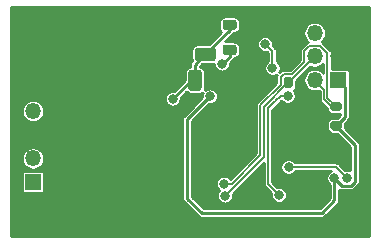
<source format=gbr>
%TF.GenerationSoftware,KiCad,Pcbnew,(5.1.9)-1*%
%TF.CreationDate,2021-03-08T23:04:16+01:00*%
%TF.ProjectId,RT12e_ELE_ACC-00,52543132-655f-4454-9c45-5f4143432d30,rev?*%
%TF.SameCoordinates,Original*%
%TF.FileFunction,Copper,L2,Bot*%
%TF.FilePolarity,Positive*%
%FSLAX46Y46*%
G04 Gerber Fmt 4.6, Leading zero omitted, Abs format (unit mm)*
G04 Created by KiCad (PCBNEW (5.1.9)-1) date 2021-03-08 23:04:16*
%MOMM*%
%LPD*%
G01*
G04 APERTURE LIST*
%TA.AperFunction,ComponentPad*%
%ADD10R,1.350000X1.350000*%
%TD*%
%TA.AperFunction,ComponentPad*%
%ADD11O,1.350000X1.350000*%
%TD*%
%TA.AperFunction,ViaPad*%
%ADD12C,0.800000*%
%TD*%
%TA.AperFunction,Conductor*%
%ADD13C,0.254000*%
%TD*%
%TA.AperFunction,Conductor*%
%ADD14C,0.177800*%
%TD*%
%TA.AperFunction,Conductor*%
%ADD15C,0.100000*%
%TD*%
G04 APERTURE END LIST*
%TO.P,R5,2*%
%TO.N,/SWD_connect.sch/SDWIO*%
%TA.AperFunction,SMDPad,CuDef*%
G36*
G01*
X163901800Y-89618000D02*
X163351800Y-89618000D01*
G75*
G02*
X163151800Y-89418000I0J200000D01*
G01*
X163151800Y-89018000D01*
G75*
G02*
X163351800Y-88818000I200000J0D01*
G01*
X163901800Y-88818000D01*
G75*
G02*
X164101800Y-89018000I0J-200000D01*
G01*
X164101800Y-89418000D01*
G75*
G02*
X163901800Y-89618000I-200000J0D01*
G01*
G37*
%TD.AperFunction*%
%TO.P,R5,1*%
%TO.N,/STM32/STM_V+*%
%TA.AperFunction,SMDPad,CuDef*%
G36*
G01*
X163901800Y-91268000D02*
X163351800Y-91268000D01*
G75*
G02*
X163151800Y-91068000I0J200000D01*
G01*
X163151800Y-90668000D01*
G75*
G02*
X163351800Y-90468000I200000J0D01*
G01*
X163901800Y-90468000D01*
G75*
G02*
X164101800Y-90668000I0J-200000D01*
G01*
X164101800Y-91068000D01*
G75*
G02*
X163901800Y-91268000I-200000J0D01*
G01*
G37*
%TD.AperFunction*%
%TD*%
%TO.P,R6,1*%
%TO.N,/STM32/SWCLK*%
%TA.AperFunction,SMDPad,CuDef*%
G36*
G01*
X160000400Y-86923200D02*
X160000400Y-87473200D01*
G75*
G02*
X159800400Y-87673200I-200000J0D01*
G01*
X159400400Y-87673200D01*
G75*
G02*
X159200400Y-87473200I0J200000D01*
G01*
X159200400Y-86923200D01*
G75*
G02*
X159400400Y-86723200I200000J0D01*
G01*
X159800400Y-86723200D01*
G75*
G02*
X160000400Y-86923200I0J-200000D01*
G01*
G37*
%TD.AperFunction*%
%TO.P,R6,2*%
%TO.N,GND*%
%TA.AperFunction,SMDPad,CuDef*%
G36*
G01*
X158350400Y-86923200D02*
X158350400Y-87473200D01*
G75*
G02*
X158150400Y-87673200I-200000J0D01*
G01*
X157750400Y-87673200D01*
G75*
G02*
X157550400Y-87473200I0J200000D01*
G01*
X157550400Y-86923200D01*
G75*
G02*
X157750400Y-86723200I200000J0D01*
G01*
X158150400Y-86723200D01*
G75*
G02*
X158350400Y-86923200I0J-200000D01*
G01*
G37*
%TD.AperFunction*%
%TD*%
%TO.P,C4,2*%
%TO.N,GND*%
%TA.AperFunction,SMDPad,CuDef*%
G36*
G01*
X154062000Y-87670401D02*
X154062000Y-86370399D01*
G75*
G02*
X154311999Y-86120400I249999J0D01*
G01*
X154962001Y-86120400D01*
G75*
G02*
X155212000Y-86370399I0J-249999D01*
G01*
X155212000Y-87670401D01*
G75*
G02*
X154962001Y-87920400I-249999J0D01*
G01*
X154311999Y-87920400D01*
G75*
G02*
X154062000Y-87670401I0J249999D01*
G01*
G37*
%TD.AperFunction*%
%TO.P,C4,1*%
%TO.N,+3V3*%
%TA.AperFunction,SMDPad,CuDef*%
G36*
G01*
X151112000Y-87670401D02*
X151112000Y-86370399D01*
G75*
G02*
X151361999Y-86120400I249999J0D01*
G01*
X152012001Y-86120400D01*
G75*
G02*
X152262000Y-86370399I0J-249999D01*
G01*
X152262000Y-87670401D01*
G75*
G02*
X152012001Y-87920400I-249999J0D01*
G01*
X151361999Y-87920400D01*
G75*
G02*
X151112000Y-87670401I0J249999D01*
G01*
G37*
%TD.AperFunction*%
%TD*%
%TO.P,C12,1*%
%TO.N,+3V3*%
%TA.AperFunction,SMDPad,CuDef*%
G36*
G01*
X153227801Y-85387400D02*
X151927799Y-85387400D01*
G75*
G02*
X151677800Y-85137401I0J249999D01*
G01*
X151677800Y-84487399D01*
G75*
G02*
X151927799Y-84237400I249999J0D01*
G01*
X153227801Y-84237400D01*
G75*
G02*
X153477800Y-84487399I0J-249999D01*
G01*
X153477800Y-85137401D01*
G75*
G02*
X153227801Y-85387400I-249999J0D01*
G01*
G37*
%TD.AperFunction*%
%TO.P,C12,2*%
%TO.N,GND*%
%TA.AperFunction,SMDPad,CuDef*%
G36*
G01*
X153227801Y-82437400D02*
X151927799Y-82437400D01*
G75*
G02*
X151677800Y-82187401I0J249999D01*
G01*
X151677800Y-81537399D01*
G75*
G02*
X151927799Y-81287400I249999J0D01*
G01*
X153227801Y-81287400D01*
G75*
G02*
X153477800Y-81537399I0J-249999D01*
G01*
X153477800Y-82187401D01*
G75*
G02*
X153227801Y-82437400I-249999J0D01*
G01*
G37*
%TD.AperFunction*%
%TD*%
D10*
%TO.P,J1,1*%
%TO.N,/CAN+*%
X137985500Y-95631000D03*
D11*
%TO.P,J1,2*%
%TO.N,/CAN-*%
X137985500Y-93631000D03*
%TO.P,J1,3*%
%TO.N,GND*%
X137985500Y-91631000D03*
%TO.P,J1,4*%
%TO.N,/VIN*%
X137985500Y-89631000D03*
%TD*%
D10*
%TO.P,J2,1*%
%TO.N,/STM32/STM_V+*%
X163830000Y-86995000D03*
D11*
%TO.P,J2,2*%
%TO.N,/SWD_connect.sch/SDWIO*%
X161830000Y-86995000D03*
%TO.P,J2,3*%
%TO.N,GND*%
X163830000Y-84995000D03*
%TO.P,J2,4*%
%TO.N,/STM32/SWCLK*%
X161830000Y-84995000D03*
%TO.P,J2,5*%
%TO.N,GND*%
X163830000Y-82995000D03*
%TO.P,J2,6*%
%TO.N,/STM32/RESET*%
X161830000Y-82995000D03*
%TD*%
%TO.P,L3,1*%
%TO.N,/IAM-20680/ACC_V+*%
%TA.AperFunction,SMDPad,CuDef*%
G36*
G01*
X155016450Y-84875500D02*
X154253950Y-84875500D01*
G75*
G02*
X154035200Y-84656750I0J218750D01*
G01*
X154035200Y-84219250D01*
G75*
G02*
X154253950Y-84000500I218750J0D01*
G01*
X155016450Y-84000500D01*
G75*
G02*
X155235200Y-84219250I0J-218750D01*
G01*
X155235200Y-84656750D01*
G75*
G02*
X155016450Y-84875500I-218750J0D01*
G01*
G37*
%TD.AperFunction*%
%TO.P,L3,2*%
%TO.N,+3V3*%
%TA.AperFunction,SMDPad,CuDef*%
G36*
G01*
X155016450Y-82750500D02*
X154253950Y-82750500D01*
G75*
G02*
X154035200Y-82531750I0J218750D01*
G01*
X154035200Y-82094250D01*
G75*
G02*
X154253950Y-81875500I218750J0D01*
G01*
X155016450Y-81875500D01*
G75*
G02*
X155235200Y-82094250I0J-218750D01*
G01*
X155235200Y-82531750D01*
G75*
G02*
X155016450Y-82750500I-218750J0D01*
G01*
G37*
%TD.AperFunction*%
%TD*%
D12*
%TO.N,GND*%
X150590000Y-85970000D03*
X161290000Y-90043000D03*
X137000000Y-81500000D03*
X139000000Y-81500000D03*
X141000000Y-81500000D03*
X143000000Y-81500000D03*
X145000000Y-81500000D03*
X147000000Y-81500000D03*
X148500000Y-81500000D03*
X137000000Y-83500000D03*
X137000000Y-85500000D03*
X137000000Y-87500000D03*
X139000000Y-87500000D03*
X139000000Y-86000000D03*
X136500000Y-89500000D03*
X136500000Y-91500000D03*
X136500000Y-93500000D03*
X136500000Y-95500000D03*
X136500000Y-97500000D03*
X136500000Y-99500000D03*
X138500000Y-99500000D03*
X138500000Y-97500000D03*
X140500000Y-97500000D03*
X140500000Y-99500000D03*
X142500000Y-99500000D03*
X142500000Y-97500000D03*
X144500000Y-97500000D03*
X144500000Y-99500000D03*
X146500000Y-99500000D03*
X146500000Y-97500000D03*
X148500000Y-97500000D03*
X148500000Y-99500000D03*
X150500000Y-99500000D03*
X150500000Y-97500000D03*
X165500000Y-99000000D03*
X165500000Y-97000000D03*
X154500000Y-94500000D03*
X154500000Y-92500000D03*
X156500000Y-91500000D03*
X156500000Y-96500000D03*
X159500000Y-91500000D03*
X147000000Y-83500000D03*
X148500000Y-83500000D03*
X151000000Y-83500000D03*
X151000000Y-81500000D03*
X143000000Y-86500000D03*
X143500000Y-89500000D03*
X140500000Y-88000000D03*
X140500000Y-91000000D03*
X140500000Y-92500000D03*
X142500000Y-92500000D03*
X146500000Y-95500000D03*
X146500000Y-93500000D03*
X151000000Y-89000000D03*
X156500000Y-88000000D03*
X156500000Y-86000000D03*
X160000000Y-83500000D03*
X160000000Y-81500000D03*
X158000000Y-81500000D03*
X156000000Y-81500000D03*
X162000000Y-81500000D03*
X164000000Y-81500000D03*
X165500000Y-81500000D03*
X165500000Y-83500000D03*
X165500000Y-85500000D03*
X165500000Y-87500000D03*
X165500000Y-89500000D03*
X165500000Y-91500000D03*
X152500000Y-90000000D03*
X147320000Y-87884000D03*
X147320000Y-89154000D03*
X145034000Y-89916000D03*
X148082000Y-91948000D03*
X159500000Y-99700000D03*
X161400000Y-99700000D03*
X141300000Y-94700000D03*
X139400000Y-94700000D03*
X155000000Y-83400000D03*
X164100000Y-97800000D03*
X154020000Y-99650000D03*
X156140000Y-99610000D03*
X158160000Y-99600000D03*
X152300000Y-99160000D03*
%TO.N,+3V3*%
X149809200Y-88569800D03*
%TO.N,/STM32/SWCLK*%
X154241500Y-96774000D03*
%TO.N,/SWD_connect.sch/SDWIO*%
X154152600Y-95758000D03*
%TO.N,/STM32/DI_IAM_INT*%
X158800800Y-96723200D03*
X159539982Y-88328500D03*
%TO.N,/IAM-20680/SPC*%
X157632400Y-83921600D03*
X158257381Y-85988741D03*
%TO.N,/IAM-20680/ACC_V+*%
X153987500Y-85598000D03*
%TO.N,/STM32/STM_V+*%
X152958800Y-88366600D03*
X163499800Y-95300800D03*
%TO.N,/STM32/STM_RESET*%
X159613600Y-94335600D03*
X164561485Y-95255515D03*
%TD*%
D13*
%TO.N,+3V3*%
X152478000Y-84912200D02*
X152577800Y-84812400D01*
X154635200Y-82755000D02*
X154635200Y-82313000D01*
X152577800Y-84812400D02*
X154635200Y-82755000D01*
X151687000Y-85703200D02*
X152577800Y-84812400D01*
X151687000Y-87020400D02*
X151687000Y-85703200D01*
X151358600Y-87020400D02*
X149809200Y-88569800D01*
X151687000Y-87020400D02*
X151358600Y-87020400D01*
D14*
%TO.N,/STM32/SWCLK*%
X157543403Y-89255197D02*
X159600400Y-87198200D01*
X159626800Y-87198200D02*
X161830000Y-84995000D01*
X159600400Y-87198200D02*
X159626800Y-87198200D01*
X154249843Y-96774000D02*
X154241500Y-96774000D01*
X157543403Y-93480440D02*
X154249843Y-96774000D01*
X157543403Y-89255197D02*
X157543403Y-93480440D01*
%TO.N,/SWD_connect.sch/SDWIO*%
X163626800Y-89218000D02*
X163233600Y-89218000D01*
X163233600Y-89218000D02*
X162636200Y-88620600D01*
X162636200Y-87801200D02*
X161830000Y-86995000D01*
X162636200Y-88620600D02*
X162636200Y-87801200D01*
X162913699Y-84722573D02*
X162913699Y-88504899D01*
X162269825Y-84078699D02*
X162913699Y-84722573D01*
X161390175Y-84078699D02*
X162269825Y-84078699D01*
X162913699Y-88504899D02*
X163626800Y-89218000D01*
X160913699Y-85434825D02*
X160913699Y-84555175D01*
X160918444Y-85439570D02*
X160913699Y-85434825D01*
X158959090Y-86740402D02*
X159217602Y-86481890D01*
X160913699Y-84555175D02*
X161390175Y-84078699D01*
X158959090Y-87372524D02*
X158959090Y-86740402D01*
X157213193Y-89118420D02*
X158959090Y-87372524D01*
X159217602Y-86481890D02*
X159876124Y-86481890D01*
X159876124Y-86481890D02*
X160918444Y-85439570D01*
X157213193Y-93343664D02*
X157213193Y-89118420D01*
X154798856Y-95758000D02*
X157213193Y-93343664D01*
X154152600Y-95758000D02*
X154798856Y-95758000D01*
%TO.N,/STM32/DI_IAM_INT*%
X157873613Y-95796013D02*
X157873613Y-89391973D01*
X158800800Y-96723200D02*
X157873613Y-95796013D01*
X157873613Y-89391973D02*
X158494293Y-88771293D01*
X158937086Y-88328500D02*
X159539982Y-88328500D01*
X158494293Y-88771293D02*
X158937086Y-88328500D01*
%TO.N,/IAM-20680/SPC*%
X158257381Y-84546581D02*
X158257381Y-85988741D01*
X157632400Y-83921600D02*
X158257381Y-84546581D01*
D13*
%TO.N,/IAM-20680/ACC_V+*%
X154635200Y-85013800D02*
X153987500Y-85661500D01*
X154635200Y-84438000D02*
X154635200Y-85013800D01*
%TO.N,/STM32/STM_V+*%
X152538197Y-88787203D02*
X152958800Y-88366600D01*
X164381210Y-87546210D02*
X163830000Y-86995000D01*
X164381210Y-90113590D02*
X164381210Y-87546210D01*
X163626800Y-90868000D02*
X164381210Y-90113590D01*
X163499800Y-97180400D02*
X163499800Y-95300800D01*
X165240886Y-95581628D02*
X165240886Y-92482086D01*
X165240886Y-92482086D02*
X163626800Y-90868000D01*
X164887598Y-95934916D02*
X165240886Y-95581628D01*
X164133916Y-95934916D02*
X164887598Y-95934916D01*
X163499800Y-95300800D02*
X164133916Y-95934916D01*
X151460200Y-89865200D02*
X151701500Y-89623900D01*
X151701500Y-89623900D02*
X152958800Y-88366600D01*
X162433000Y-98247200D02*
X163499800Y-97180400D01*
X152252714Y-98247200D02*
X152704800Y-98247200D01*
X151028400Y-97022886D02*
X152252714Y-98247200D01*
X151028400Y-90297000D02*
X151028400Y-97022886D01*
X152647200Y-98247200D02*
X152704800Y-98247200D01*
X151701500Y-89623900D02*
X151028400Y-90297000D01*
X152704800Y-98247200D02*
X162433000Y-98247200D01*
D14*
%TO.N,/STM32/STM_RESET*%
X159632600Y-94316600D02*
X159613600Y-94335600D01*
X163641570Y-94335600D02*
X159613600Y-94335600D01*
X164561485Y-95255515D02*
X163641570Y-94335600D01*
%TD*%
D13*
%TO.N,GND*%
X166420601Y-100170600D02*
X136079400Y-100170600D01*
X136079400Y-94956000D01*
X137029749Y-94956000D01*
X137029749Y-96306000D01*
X137035144Y-96360772D01*
X137051120Y-96413439D01*
X137077064Y-96461977D01*
X137111979Y-96504521D01*
X137154523Y-96539436D01*
X137203061Y-96565380D01*
X137255728Y-96581356D01*
X137310500Y-96586751D01*
X138660500Y-96586751D01*
X138715272Y-96581356D01*
X138767939Y-96565380D01*
X138816477Y-96539436D01*
X138859021Y-96504521D01*
X138893936Y-96461977D01*
X138919880Y-96413439D01*
X138935856Y-96360772D01*
X138941251Y-96306000D01*
X138941251Y-94956000D01*
X138935856Y-94901228D01*
X138919880Y-94848561D01*
X138893936Y-94800023D01*
X138859021Y-94757479D01*
X138816477Y-94722564D01*
X138767939Y-94696620D01*
X138715272Y-94680644D01*
X138660500Y-94675249D01*
X137310500Y-94675249D01*
X137255728Y-94680644D01*
X137203061Y-94696620D01*
X137154523Y-94722564D01*
X137111979Y-94757479D01*
X137077064Y-94800023D01*
X137051120Y-94848561D01*
X137035144Y-94901228D01*
X137029749Y-94956000D01*
X136079400Y-94956000D01*
X136079400Y-93537000D01*
X137031100Y-93537000D01*
X137031100Y-93725000D01*
X137067777Y-93909388D01*
X137139722Y-94083078D01*
X137244169Y-94239395D01*
X137377105Y-94372331D01*
X137533422Y-94476778D01*
X137707112Y-94548723D01*
X137891500Y-94585400D01*
X138079500Y-94585400D01*
X138263888Y-94548723D01*
X138437578Y-94476778D01*
X138593895Y-94372331D01*
X138726831Y-94239395D01*
X138831278Y-94083078D01*
X138903223Y-93909388D01*
X138939900Y-93725000D01*
X138939900Y-93537000D01*
X138903223Y-93352612D01*
X138831278Y-93178922D01*
X138726831Y-93022605D01*
X138593895Y-92889669D01*
X138437578Y-92785222D01*
X138263888Y-92713277D01*
X138079500Y-92676600D01*
X137891500Y-92676600D01*
X137707112Y-92713277D01*
X137533422Y-92785222D01*
X137377105Y-92889669D01*
X137244169Y-93022605D01*
X137139722Y-93178922D01*
X137067777Y-93352612D01*
X137031100Y-93537000D01*
X136079400Y-93537000D01*
X136079400Y-89537000D01*
X137031100Y-89537000D01*
X137031100Y-89725000D01*
X137067777Y-89909388D01*
X137139722Y-90083078D01*
X137244169Y-90239395D01*
X137377105Y-90372331D01*
X137533422Y-90476778D01*
X137707112Y-90548723D01*
X137891500Y-90585400D01*
X138079500Y-90585400D01*
X138263888Y-90548723D01*
X138437578Y-90476778D01*
X138593895Y-90372331D01*
X138726831Y-90239395D01*
X138831278Y-90083078D01*
X138903223Y-89909388D01*
X138939900Y-89725000D01*
X138939900Y-89537000D01*
X138903223Y-89352612D01*
X138831278Y-89178922D01*
X138726831Y-89022605D01*
X138593895Y-88889669D01*
X138437578Y-88785222D01*
X138263888Y-88713277D01*
X138079500Y-88676600D01*
X137891500Y-88676600D01*
X137707112Y-88713277D01*
X137533422Y-88785222D01*
X137377105Y-88889669D01*
X137244169Y-89022605D01*
X137139722Y-89178922D01*
X137067777Y-89352612D01*
X137031100Y-89537000D01*
X136079400Y-89537000D01*
X136079400Y-88502885D01*
X149129800Y-88502885D01*
X149129800Y-88636715D01*
X149155909Y-88767974D01*
X149207124Y-88891616D01*
X149281476Y-89002892D01*
X149376108Y-89097524D01*
X149487384Y-89171876D01*
X149611026Y-89223091D01*
X149742285Y-89249200D01*
X149876115Y-89249200D01*
X150007374Y-89223091D01*
X150131016Y-89171876D01*
X150242292Y-89097524D01*
X150336924Y-89002892D01*
X150411276Y-88891616D01*
X150462491Y-88767974D01*
X150488600Y-88636715D01*
X150488600Y-88502885D01*
X150482337Y-88471399D01*
X150951244Y-88002492D01*
X150986702Y-88045698D01*
X151067130Y-88111703D01*
X151158890Y-88160750D01*
X151258455Y-88190953D01*
X151361999Y-88201151D01*
X152012001Y-88201151D01*
X152115545Y-88190953D01*
X152215110Y-88160750D01*
X152306870Y-88111703D01*
X152340404Y-88084182D01*
X152305509Y-88168426D01*
X152279400Y-88299685D01*
X152279400Y-88433515D01*
X152285663Y-88465000D01*
X151428246Y-89322418D01*
X150755146Y-89995518D01*
X150739642Y-90008242D01*
X150688856Y-90070125D01*
X150654955Y-90133549D01*
X150651119Y-90140726D01*
X150635184Y-90193259D01*
X150627881Y-90217333D01*
X150622000Y-90277041D01*
X150622000Y-90277047D01*
X150620035Y-90297000D01*
X150622000Y-90316953D01*
X150622001Y-97002923D01*
X150620035Y-97022886D01*
X150627881Y-97102554D01*
X150651119Y-97179160D01*
X150662451Y-97200360D01*
X150688857Y-97249762D01*
X150697315Y-97260068D01*
X150726918Y-97296140D01*
X150726924Y-97296146D01*
X150739643Y-97311644D01*
X150755141Y-97324363D01*
X151951232Y-98520454D01*
X151963956Y-98535958D01*
X152025838Y-98586744D01*
X152096439Y-98624481D01*
X152149807Y-98640670D01*
X152173045Y-98647719D01*
X152181049Y-98648507D01*
X152232754Y-98653600D01*
X152232760Y-98653600D01*
X152252713Y-98655565D01*
X152272666Y-98653600D01*
X162413047Y-98653600D01*
X162433000Y-98655565D01*
X162452953Y-98653600D01*
X162452960Y-98653600D01*
X162512668Y-98647719D01*
X162589275Y-98624481D01*
X162659876Y-98586744D01*
X162721758Y-98535958D01*
X162734482Y-98520454D01*
X163773061Y-97481876D01*
X163788558Y-97469158D01*
X163801277Y-97453660D01*
X163801282Y-97453655D01*
X163826107Y-97423405D01*
X163839344Y-97407276D01*
X163877081Y-97336675D01*
X163900319Y-97260068D01*
X163906200Y-97200360D01*
X163906200Y-97200354D01*
X163908165Y-97180401D01*
X163906200Y-97160448D01*
X163906200Y-96273771D01*
X163907040Y-96274460D01*
X163977641Y-96312197D01*
X164031009Y-96328386D01*
X164054247Y-96335435D01*
X164062251Y-96336223D01*
X164113956Y-96341316D01*
X164113962Y-96341316D01*
X164133915Y-96343281D01*
X164153868Y-96341316D01*
X164867645Y-96341316D01*
X164887598Y-96343281D01*
X164907551Y-96341316D01*
X164907558Y-96341316D01*
X164967266Y-96335435D01*
X165043873Y-96312197D01*
X165114474Y-96274460D01*
X165176356Y-96223674D01*
X165189080Y-96208170D01*
X165514146Y-95883105D01*
X165529644Y-95870386D01*
X165542363Y-95854888D01*
X165542368Y-95854883D01*
X165564000Y-95828524D01*
X165580430Y-95808504D01*
X165618167Y-95737903D01*
X165632369Y-95691085D01*
X165641405Y-95661297D01*
X165644921Y-95625596D01*
X165647286Y-95601588D01*
X165647286Y-95601581D01*
X165649251Y-95581628D01*
X165647286Y-95561675D01*
X165647286Y-92502038D01*
X165649251Y-92482085D01*
X165647286Y-92462132D01*
X165647286Y-92462126D01*
X165641405Y-92402418D01*
X165618167Y-92325811D01*
X165580430Y-92255210D01*
X165529644Y-92193328D01*
X165514140Y-92180604D01*
X164382551Y-91049015D01*
X164382551Y-90686986D01*
X164654471Y-90415066D01*
X164669968Y-90402348D01*
X164682687Y-90386850D01*
X164682692Y-90386845D01*
X164699927Y-90365844D01*
X164720754Y-90340466D01*
X164758491Y-90269865D01*
X164774426Y-90217333D01*
X164781729Y-90193259D01*
X164782445Y-90185986D01*
X164787610Y-90133550D01*
X164787610Y-90133543D01*
X164789575Y-90113590D01*
X164787610Y-90093637D01*
X164787610Y-87566163D01*
X164789575Y-87546210D01*
X164787610Y-87526257D01*
X164787610Y-87526250D01*
X164785751Y-87507376D01*
X164785751Y-86320000D01*
X164780356Y-86265228D01*
X164764380Y-86212561D01*
X164738436Y-86164023D01*
X164703521Y-86121479D01*
X164660977Y-86086564D01*
X164612439Y-86060620D01*
X164559772Y-86044644D01*
X164505000Y-86039249D01*
X163281999Y-86039249D01*
X163281999Y-84740657D01*
X163283780Y-84722572D01*
X163281999Y-84704487D01*
X163281999Y-84704480D01*
X163276670Y-84650374D01*
X163272468Y-84636520D01*
X163265418Y-84613281D01*
X163255610Y-84580949D01*
X163221411Y-84516966D01*
X163175385Y-84460886D01*
X163161336Y-84449356D01*
X162543047Y-83831067D01*
X162531512Y-83817012D01*
X162475432Y-83770987D01*
X162426039Y-83744587D01*
X162438395Y-83736331D01*
X162571331Y-83603395D01*
X162675778Y-83447078D01*
X162747723Y-83273388D01*
X162784400Y-83089000D01*
X162784400Y-82901000D01*
X162747723Y-82716612D01*
X162675778Y-82542922D01*
X162571331Y-82386605D01*
X162438395Y-82253669D01*
X162282078Y-82149222D01*
X162108388Y-82077277D01*
X161924000Y-82040600D01*
X161736000Y-82040600D01*
X161551612Y-82077277D01*
X161377922Y-82149222D01*
X161221605Y-82253669D01*
X161088669Y-82386605D01*
X160984222Y-82542922D01*
X160912277Y-82716612D01*
X160875600Y-82901000D01*
X160875600Y-83089000D01*
X160912277Y-83273388D01*
X160984222Y-83447078D01*
X161088669Y-83603395D01*
X161221605Y-83736331D01*
X161233960Y-83744587D01*
X161226264Y-83748701D01*
X161184568Y-83770987D01*
X161159354Y-83791680D01*
X161142541Y-83805478D01*
X161142537Y-83805482D01*
X161128488Y-83817012D01*
X161116957Y-83831062D01*
X160666062Y-84281958D01*
X160652013Y-84293488D01*
X160640483Y-84307537D01*
X160640478Y-84307542D01*
X160625058Y-84326332D01*
X160605988Y-84349568D01*
X160586192Y-84386605D01*
X160571789Y-84413551D01*
X160550728Y-84482976D01*
X160543618Y-84555175D01*
X160545400Y-84573270D01*
X160545399Y-85291760D01*
X159723570Y-86113590D01*
X159235687Y-86113590D01*
X159217601Y-86111809D01*
X159199516Y-86113590D01*
X159199509Y-86113590D01*
X159152422Y-86118228D01*
X159145402Y-86118919D01*
X159124342Y-86125308D01*
X159075978Y-86139979D01*
X159011995Y-86174178D01*
X158955915Y-86220203D01*
X158944381Y-86234257D01*
X158842091Y-86336547D01*
X158859457Y-86310557D01*
X158910672Y-86186915D01*
X158936781Y-86055656D01*
X158936781Y-85921826D01*
X158910672Y-85790567D01*
X158859457Y-85666925D01*
X158785105Y-85555649D01*
X158690473Y-85461017D01*
X158625681Y-85417725D01*
X158625681Y-84564666D01*
X158627462Y-84546581D01*
X158625681Y-84528496D01*
X158625681Y-84528488D01*
X158620352Y-84474382D01*
X158612751Y-84449324D01*
X158599292Y-84404956D01*
X158586306Y-84380662D01*
X158565093Y-84340974D01*
X158550818Y-84323580D01*
X158530602Y-84298947D01*
X158530594Y-84298939D01*
X158519067Y-84284894D01*
X158505023Y-84273368D01*
X158296598Y-84064943D01*
X158311800Y-83988515D01*
X158311800Y-83854685D01*
X158285691Y-83723426D01*
X158234476Y-83599784D01*
X158160124Y-83488508D01*
X158065492Y-83393876D01*
X157954216Y-83319524D01*
X157830574Y-83268309D01*
X157699315Y-83242200D01*
X157565485Y-83242200D01*
X157434226Y-83268309D01*
X157310584Y-83319524D01*
X157199308Y-83393876D01*
X157104676Y-83488508D01*
X157030324Y-83599784D01*
X156979109Y-83723426D01*
X156953000Y-83854685D01*
X156953000Y-83988515D01*
X156979109Y-84119774D01*
X157030324Y-84243416D01*
X157104676Y-84354692D01*
X157199308Y-84449324D01*
X157310584Y-84523676D01*
X157434226Y-84574891D01*
X157565485Y-84601000D01*
X157699315Y-84601000D01*
X157775743Y-84585798D01*
X157889081Y-84699136D01*
X157889082Y-85417724D01*
X157824289Y-85461017D01*
X157729657Y-85555649D01*
X157655305Y-85666925D01*
X157604090Y-85790567D01*
X157577981Y-85921826D01*
X157577981Y-86055656D01*
X157604090Y-86186915D01*
X157655305Y-86310557D01*
X157729657Y-86421833D01*
X157824289Y-86516465D01*
X157935565Y-86590817D01*
X158059207Y-86642032D01*
X158190466Y-86668141D01*
X158324296Y-86668141D01*
X158455555Y-86642032D01*
X158579197Y-86590817D01*
X158644901Y-86546915D01*
X158621435Y-86590817D01*
X158617180Y-86598778D01*
X158596119Y-86668203D01*
X158589009Y-86740402D01*
X158590791Y-86758497D01*
X158590790Y-87219969D01*
X156965556Y-88845203D01*
X156951507Y-88856733D01*
X156939977Y-88870782D01*
X156939972Y-88870787D01*
X156928214Y-88885115D01*
X156905482Y-88912813D01*
X156897198Y-88928312D01*
X156871283Y-88976796D01*
X156850222Y-89046221D01*
X156843112Y-89118420D01*
X156844894Y-89136515D01*
X156844893Y-93191110D01*
X154692649Y-95343353D01*
X154680324Y-95324908D01*
X154585692Y-95230276D01*
X154474416Y-95155924D01*
X154350774Y-95104709D01*
X154219515Y-95078600D01*
X154085685Y-95078600D01*
X153954426Y-95104709D01*
X153830784Y-95155924D01*
X153719508Y-95230276D01*
X153624876Y-95324908D01*
X153550524Y-95436184D01*
X153499309Y-95559826D01*
X153473200Y-95691085D01*
X153473200Y-95824915D01*
X153499309Y-95956174D01*
X153550524Y-96079816D01*
X153624876Y-96191092D01*
X153719508Y-96285724D01*
X153749152Y-96305532D01*
X153713776Y-96340908D01*
X153639424Y-96452184D01*
X153588209Y-96575826D01*
X153562100Y-96707085D01*
X153562100Y-96840915D01*
X153588209Y-96972174D01*
X153639424Y-97095816D01*
X153713776Y-97207092D01*
X153808408Y-97301724D01*
X153919684Y-97376076D01*
X154043326Y-97427291D01*
X154174585Y-97453400D01*
X154308415Y-97453400D01*
X154439674Y-97427291D01*
X154563316Y-97376076D01*
X154674592Y-97301724D01*
X154769224Y-97207092D01*
X154843576Y-97095816D01*
X154894791Y-96972174D01*
X154920900Y-96840915D01*
X154920900Y-96707085D01*
X154907082Y-96637615D01*
X157505313Y-94039384D01*
X157505313Y-95777928D01*
X157503532Y-95796013D01*
X157505313Y-95814098D01*
X157505313Y-95814105D01*
X157510642Y-95868211D01*
X157531702Y-95937636D01*
X157565901Y-96001619D01*
X157586594Y-96026833D01*
X157600392Y-96043646D01*
X157600396Y-96043650D01*
X157611926Y-96057699D01*
X157625977Y-96069231D01*
X158136602Y-96579857D01*
X158121400Y-96656285D01*
X158121400Y-96790115D01*
X158147509Y-96921374D01*
X158198724Y-97045016D01*
X158273076Y-97156292D01*
X158367708Y-97250924D01*
X158478984Y-97325276D01*
X158602626Y-97376491D01*
X158733885Y-97402600D01*
X158867715Y-97402600D01*
X158998974Y-97376491D01*
X159122616Y-97325276D01*
X159233892Y-97250924D01*
X159328524Y-97156292D01*
X159402876Y-97045016D01*
X159454091Y-96921374D01*
X159480200Y-96790115D01*
X159480200Y-96656285D01*
X159454091Y-96525026D01*
X159402876Y-96401384D01*
X159328524Y-96290108D01*
X159233892Y-96195476D01*
X159122616Y-96121124D01*
X158998974Y-96069909D01*
X158867715Y-96043800D01*
X158733885Y-96043800D01*
X158657457Y-96059002D01*
X158241913Y-95643459D01*
X158241913Y-89544527D01*
X158767514Y-89018927D01*
X158767518Y-89018922D01*
X159018553Y-88767887D01*
X159106890Y-88856224D01*
X159218166Y-88930576D01*
X159341808Y-88981791D01*
X159473067Y-89007900D01*
X159606897Y-89007900D01*
X159738156Y-88981791D01*
X159861798Y-88930576D01*
X159973074Y-88856224D01*
X160067706Y-88761592D01*
X160142058Y-88650316D01*
X160193273Y-88526674D01*
X160219382Y-88395415D01*
X160219382Y-88261585D01*
X160193273Y-88130326D01*
X160142058Y-88006684D01*
X160067706Y-87895408D01*
X160052983Y-87880685D01*
X160067491Y-87872930D01*
X160140342Y-87813142D01*
X160200130Y-87740291D01*
X160244556Y-87657175D01*
X160271914Y-87566990D01*
X160281151Y-87473200D01*
X160281151Y-87064703D01*
X161467833Y-85878021D01*
X161551612Y-85912723D01*
X161736000Y-85949400D01*
X161924000Y-85949400D01*
X162108388Y-85912723D01*
X162282078Y-85840778D01*
X162438395Y-85736331D01*
X162545399Y-85629327D01*
X162545399Y-86360673D01*
X162438395Y-86253669D01*
X162282078Y-86149222D01*
X162108388Y-86077277D01*
X161924000Y-86040600D01*
X161736000Y-86040600D01*
X161551612Y-86077277D01*
X161377922Y-86149222D01*
X161221605Y-86253669D01*
X161088669Y-86386605D01*
X160984222Y-86542922D01*
X160912277Y-86716612D01*
X160875600Y-86901000D01*
X160875600Y-87089000D01*
X160912277Y-87273388D01*
X160984222Y-87447078D01*
X161088669Y-87603395D01*
X161221605Y-87736331D01*
X161377922Y-87840778D01*
X161551612Y-87912723D01*
X161736000Y-87949400D01*
X161924000Y-87949400D01*
X162108388Y-87912723D01*
X162192166Y-87878021D01*
X162267901Y-87953756D01*
X162267900Y-88602514D01*
X162266119Y-88620600D01*
X162267900Y-88638685D01*
X162267900Y-88638692D01*
X162273229Y-88692798D01*
X162294289Y-88762223D01*
X162328488Y-88826206D01*
X162345398Y-88846810D01*
X162362979Y-88868233D01*
X162362983Y-88868237D01*
X162374513Y-88882286D01*
X162388564Y-88893818D01*
X162871049Y-89376303D01*
X162871049Y-89418000D01*
X162880286Y-89511790D01*
X162907644Y-89601975D01*
X162952070Y-89685091D01*
X163011858Y-89757942D01*
X163084709Y-89817730D01*
X163167825Y-89862156D01*
X163258010Y-89889514D01*
X163351800Y-89898751D01*
X163901800Y-89898751D01*
X163974810Y-89891561D01*
X163974810Y-89945253D01*
X163732814Y-90187249D01*
X163351800Y-90187249D01*
X163258010Y-90196486D01*
X163167825Y-90223844D01*
X163084709Y-90268270D01*
X163011858Y-90328058D01*
X162952070Y-90400909D01*
X162907644Y-90484025D01*
X162880286Y-90574210D01*
X162871049Y-90668000D01*
X162871049Y-91068000D01*
X162880286Y-91161790D01*
X162907644Y-91251975D01*
X162952070Y-91335091D01*
X163011858Y-91407942D01*
X163084709Y-91467730D01*
X163167825Y-91512156D01*
X163258010Y-91539514D01*
X163351800Y-91548751D01*
X163732815Y-91548751D01*
X164834487Y-92650423D01*
X164834486Y-94633219D01*
X164759659Y-94602224D01*
X164628400Y-94576115D01*
X164494570Y-94576115D01*
X164418142Y-94591318D01*
X163914791Y-94087967D01*
X163903257Y-94073913D01*
X163847177Y-94027888D01*
X163783194Y-93993689D01*
X163713769Y-93972629D01*
X163659663Y-93967300D01*
X163659655Y-93967300D01*
X163641570Y-93965519D01*
X163623485Y-93967300D01*
X160184616Y-93967300D01*
X160141324Y-93902508D01*
X160046692Y-93807876D01*
X159935416Y-93733524D01*
X159811774Y-93682309D01*
X159680515Y-93656200D01*
X159546685Y-93656200D01*
X159415426Y-93682309D01*
X159291784Y-93733524D01*
X159180508Y-93807876D01*
X159085876Y-93902508D01*
X159011524Y-94013784D01*
X158960309Y-94137426D01*
X158934200Y-94268685D01*
X158934200Y-94402515D01*
X158960309Y-94533774D01*
X159011524Y-94657416D01*
X159085876Y-94768692D01*
X159180508Y-94863324D01*
X159291784Y-94937676D01*
X159415426Y-94988891D01*
X159546685Y-95015000D01*
X159680515Y-95015000D01*
X159811774Y-94988891D01*
X159935416Y-94937676D01*
X160046692Y-94863324D01*
X160141324Y-94768692D01*
X160184616Y-94703900D01*
X163170238Y-94703900D01*
X163066708Y-94773076D01*
X162972076Y-94867708D01*
X162897724Y-94978984D01*
X162846509Y-95102626D01*
X162820400Y-95233885D01*
X162820400Y-95367715D01*
X162846509Y-95498974D01*
X162897724Y-95622616D01*
X162972076Y-95733892D01*
X163066708Y-95828524D01*
X163093401Y-95846359D01*
X163093400Y-97012063D01*
X162264664Y-97840800D01*
X152421050Y-97840800D01*
X151434800Y-96854550D01*
X151434800Y-90465336D01*
X152002982Y-89897154D01*
X152860400Y-89039737D01*
X152891885Y-89046000D01*
X153025715Y-89046000D01*
X153156974Y-89019891D01*
X153280616Y-88968676D01*
X153391892Y-88894324D01*
X153486524Y-88799692D01*
X153560876Y-88688416D01*
X153612091Y-88564774D01*
X153638200Y-88433515D01*
X153638200Y-88299685D01*
X153612091Y-88168426D01*
X153560876Y-88044784D01*
X153486524Y-87933508D01*
X153391892Y-87838876D01*
X153280616Y-87764524D01*
X153156974Y-87713309D01*
X153025715Y-87687200D01*
X152891885Y-87687200D01*
X152760626Y-87713309D01*
X152636984Y-87764524D01*
X152525708Y-87838876D01*
X152507260Y-87857324D01*
X152532553Y-87773945D01*
X152542751Y-87670401D01*
X152542751Y-86370399D01*
X152532553Y-86266855D01*
X152502350Y-86167290D01*
X152453303Y-86075530D01*
X152387298Y-85995102D01*
X152306870Y-85929097D01*
X152215110Y-85880050D01*
X152115545Y-85849847D01*
X152115130Y-85849806D01*
X152296785Y-85668151D01*
X153227801Y-85668151D01*
X153308100Y-85660242D01*
X153308100Y-85664915D01*
X153334209Y-85796174D01*
X153385424Y-85919816D01*
X153459776Y-86031092D01*
X153554408Y-86125724D01*
X153665684Y-86200076D01*
X153789326Y-86251291D01*
X153920585Y-86277400D01*
X154054415Y-86277400D01*
X154185674Y-86251291D01*
X154309316Y-86200076D01*
X154420592Y-86125724D01*
X154515224Y-86031092D01*
X154589576Y-85919816D01*
X154640791Y-85796174D01*
X154666900Y-85664915D01*
X154666900Y-85556836D01*
X154908454Y-85315282D01*
X154923958Y-85302558D01*
X154974744Y-85240676D01*
X155012481Y-85170075D01*
X155016681Y-85156228D01*
X155113898Y-85146653D01*
X155207601Y-85118229D01*
X155293958Y-85072070D01*
X155369651Y-85009951D01*
X155431770Y-84934258D01*
X155477929Y-84847901D01*
X155506353Y-84754198D01*
X155515951Y-84656750D01*
X155515951Y-84219250D01*
X155506353Y-84121802D01*
X155477929Y-84028099D01*
X155431770Y-83941742D01*
X155369651Y-83866049D01*
X155293958Y-83803930D01*
X155207601Y-83757771D01*
X155113898Y-83729347D01*
X155016450Y-83719749D01*
X154253950Y-83719749D01*
X154244230Y-83720706D01*
X154908461Y-83056476D01*
X154923958Y-83043758D01*
X154934222Y-83031251D01*
X155016450Y-83031251D01*
X155113898Y-83021653D01*
X155207601Y-82993229D01*
X155293958Y-82947070D01*
X155369651Y-82884951D01*
X155431770Y-82809258D01*
X155477929Y-82722901D01*
X155506353Y-82629198D01*
X155515951Y-82531750D01*
X155515951Y-82094250D01*
X155506353Y-81996802D01*
X155477929Y-81903099D01*
X155431770Y-81816742D01*
X155369651Y-81741049D01*
X155293958Y-81678930D01*
X155207601Y-81632771D01*
X155113898Y-81604347D01*
X155016450Y-81594749D01*
X154253950Y-81594749D01*
X154156502Y-81604347D01*
X154062799Y-81632771D01*
X153976442Y-81678930D01*
X153900749Y-81741049D01*
X153838630Y-81816742D01*
X153792471Y-81903099D01*
X153764047Y-81996802D01*
X153754449Y-82094250D01*
X153754449Y-82531750D01*
X153764047Y-82629198D01*
X153792471Y-82722901D01*
X153838630Y-82809258D01*
X153900749Y-82884951D01*
X153917096Y-82898367D01*
X152858815Y-83956649D01*
X151927799Y-83956649D01*
X151824255Y-83966847D01*
X151724690Y-83997050D01*
X151632930Y-84046097D01*
X151552502Y-84112102D01*
X151486497Y-84192530D01*
X151437450Y-84284290D01*
X151407247Y-84383855D01*
X151397049Y-84487399D01*
X151397049Y-85137401D01*
X151407247Y-85240945D01*
X151437450Y-85340510D01*
X151450514Y-85364950D01*
X151413741Y-85401723D01*
X151398243Y-85414442D01*
X151385524Y-85429940D01*
X151385518Y-85429946D01*
X151371459Y-85447078D01*
X151347457Y-85476324D01*
X151332009Y-85505226D01*
X151309719Y-85546926D01*
X151286481Y-85623532D01*
X151278635Y-85703200D01*
X151280601Y-85723162D01*
X151280601Y-85847666D01*
X151258455Y-85849847D01*
X151158890Y-85880050D01*
X151067130Y-85929097D01*
X150986702Y-85995102D01*
X150920697Y-86075530D01*
X150871650Y-86167290D01*
X150841447Y-86266855D01*
X150831249Y-86370399D01*
X150831249Y-86973015D01*
X149907601Y-87896663D01*
X149876115Y-87890400D01*
X149742285Y-87890400D01*
X149611026Y-87916509D01*
X149487384Y-87967724D01*
X149376108Y-88042076D01*
X149281476Y-88136708D01*
X149207124Y-88247984D01*
X149155909Y-88371626D01*
X149129800Y-88502885D01*
X136079400Y-88502885D01*
X136079400Y-80829400D01*
X166420600Y-80829400D01*
X166420601Y-100170600D01*
%TA.AperFunction,Conductor*%
D15*
G36*
X166420601Y-100170600D02*
G01*
X136079400Y-100170600D01*
X136079400Y-94956000D01*
X137029749Y-94956000D01*
X137029749Y-96306000D01*
X137035144Y-96360772D01*
X137051120Y-96413439D01*
X137077064Y-96461977D01*
X137111979Y-96504521D01*
X137154523Y-96539436D01*
X137203061Y-96565380D01*
X137255728Y-96581356D01*
X137310500Y-96586751D01*
X138660500Y-96586751D01*
X138715272Y-96581356D01*
X138767939Y-96565380D01*
X138816477Y-96539436D01*
X138859021Y-96504521D01*
X138893936Y-96461977D01*
X138919880Y-96413439D01*
X138935856Y-96360772D01*
X138941251Y-96306000D01*
X138941251Y-94956000D01*
X138935856Y-94901228D01*
X138919880Y-94848561D01*
X138893936Y-94800023D01*
X138859021Y-94757479D01*
X138816477Y-94722564D01*
X138767939Y-94696620D01*
X138715272Y-94680644D01*
X138660500Y-94675249D01*
X137310500Y-94675249D01*
X137255728Y-94680644D01*
X137203061Y-94696620D01*
X137154523Y-94722564D01*
X137111979Y-94757479D01*
X137077064Y-94800023D01*
X137051120Y-94848561D01*
X137035144Y-94901228D01*
X137029749Y-94956000D01*
X136079400Y-94956000D01*
X136079400Y-93537000D01*
X137031100Y-93537000D01*
X137031100Y-93725000D01*
X137067777Y-93909388D01*
X137139722Y-94083078D01*
X137244169Y-94239395D01*
X137377105Y-94372331D01*
X137533422Y-94476778D01*
X137707112Y-94548723D01*
X137891500Y-94585400D01*
X138079500Y-94585400D01*
X138263888Y-94548723D01*
X138437578Y-94476778D01*
X138593895Y-94372331D01*
X138726831Y-94239395D01*
X138831278Y-94083078D01*
X138903223Y-93909388D01*
X138939900Y-93725000D01*
X138939900Y-93537000D01*
X138903223Y-93352612D01*
X138831278Y-93178922D01*
X138726831Y-93022605D01*
X138593895Y-92889669D01*
X138437578Y-92785222D01*
X138263888Y-92713277D01*
X138079500Y-92676600D01*
X137891500Y-92676600D01*
X137707112Y-92713277D01*
X137533422Y-92785222D01*
X137377105Y-92889669D01*
X137244169Y-93022605D01*
X137139722Y-93178922D01*
X137067777Y-93352612D01*
X137031100Y-93537000D01*
X136079400Y-93537000D01*
X136079400Y-89537000D01*
X137031100Y-89537000D01*
X137031100Y-89725000D01*
X137067777Y-89909388D01*
X137139722Y-90083078D01*
X137244169Y-90239395D01*
X137377105Y-90372331D01*
X137533422Y-90476778D01*
X137707112Y-90548723D01*
X137891500Y-90585400D01*
X138079500Y-90585400D01*
X138263888Y-90548723D01*
X138437578Y-90476778D01*
X138593895Y-90372331D01*
X138726831Y-90239395D01*
X138831278Y-90083078D01*
X138903223Y-89909388D01*
X138939900Y-89725000D01*
X138939900Y-89537000D01*
X138903223Y-89352612D01*
X138831278Y-89178922D01*
X138726831Y-89022605D01*
X138593895Y-88889669D01*
X138437578Y-88785222D01*
X138263888Y-88713277D01*
X138079500Y-88676600D01*
X137891500Y-88676600D01*
X137707112Y-88713277D01*
X137533422Y-88785222D01*
X137377105Y-88889669D01*
X137244169Y-89022605D01*
X137139722Y-89178922D01*
X137067777Y-89352612D01*
X137031100Y-89537000D01*
X136079400Y-89537000D01*
X136079400Y-88502885D01*
X149129800Y-88502885D01*
X149129800Y-88636715D01*
X149155909Y-88767974D01*
X149207124Y-88891616D01*
X149281476Y-89002892D01*
X149376108Y-89097524D01*
X149487384Y-89171876D01*
X149611026Y-89223091D01*
X149742285Y-89249200D01*
X149876115Y-89249200D01*
X150007374Y-89223091D01*
X150131016Y-89171876D01*
X150242292Y-89097524D01*
X150336924Y-89002892D01*
X150411276Y-88891616D01*
X150462491Y-88767974D01*
X150488600Y-88636715D01*
X150488600Y-88502885D01*
X150482337Y-88471399D01*
X150951244Y-88002492D01*
X150986702Y-88045698D01*
X151067130Y-88111703D01*
X151158890Y-88160750D01*
X151258455Y-88190953D01*
X151361999Y-88201151D01*
X152012001Y-88201151D01*
X152115545Y-88190953D01*
X152215110Y-88160750D01*
X152306870Y-88111703D01*
X152340404Y-88084182D01*
X152305509Y-88168426D01*
X152279400Y-88299685D01*
X152279400Y-88433515D01*
X152285663Y-88465000D01*
X151428246Y-89322418D01*
X150755146Y-89995518D01*
X150739642Y-90008242D01*
X150688856Y-90070125D01*
X150654955Y-90133549D01*
X150651119Y-90140726D01*
X150635184Y-90193259D01*
X150627881Y-90217333D01*
X150622000Y-90277041D01*
X150622000Y-90277047D01*
X150620035Y-90297000D01*
X150622000Y-90316953D01*
X150622001Y-97002923D01*
X150620035Y-97022886D01*
X150627881Y-97102554D01*
X150651119Y-97179160D01*
X150662451Y-97200360D01*
X150688857Y-97249762D01*
X150697315Y-97260068D01*
X150726918Y-97296140D01*
X150726924Y-97296146D01*
X150739643Y-97311644D01*
X150755141Y-97324363D01*
X151951232Y-98520454D01*
X151963956Y-98535958D01*
X152025838Y-98586744D01*
X152096439Y-98624481D01*
X152149807Y-98640670D01*
X152173045Y-98647719D01*
X152181049Y-98648507D01*
X152232754Y-98653600D01*
X152232760Y-98653600D01*
X152252713Y-98655565D01*
X152272666Y-98653600D01*
X162413047Y-98653600D01*
X162433000Y-98655565D01*
X162452953Y-98653600D01*
X162452960Y-98653600D01*
X162512668Y-98647719D01*
X162589275Y-98624481D01*
X162659876Y-98586744D01*
X162721758Y-98535958D01*
X162734482Y-98520454D01*
X163773061Y-97481876D01*
X163788558Y-97469158D01*
X163801277Y-97453660D01*
X163801282Y-97453655D01*
X163826107Y-97423405D01*
X163839344Y-97407276D01*
X163877081Y-97336675D01*
X163900319Y-97260068D01*
X163906200Y-97200360D01*
X163906200Y-97200354D01*
X163908165Y-97180401D01*
X163906200Y-97160448D01*
X163906200Y-96273771D01*
X163907040Y-96274460D01*
X163977641Y-96312197D01*
X164031009Y-96328386D01*
X164054247Y-96335435D01*
X164062251Y-96336223D01*
X164113956Y-96341316D01*
X164113962Y-96341316D01*
X164133915Y-96343281D01*
X164153868Y-96341316D01*
X164867645Y-96341316D01*
X164887598Y-96343281D01*
X164907551Y-96341316D01*
X164907558Y-96341316D01*
X164967266Y-96335435D01*
X165043873Y-96312197D01*
X165114474Y-96274460D01*
X165176356Y-96223674D01*
X165189080Y-96208170D01*
X165514146Y-95883105D01*
X165529644Y-95870386D01*
X165542363Y-95854888D01*
X165542368Y-95854883D01*
X165564000Y-95828524D01*
X165580430Y-95808504D01*
X165618167Y-95737903D01*
X165632369Y-95691085D01*
X165641405Y-95661297D01*
X165644921Y-95625596D01*
X165647286Y-95601588D01*
X165647286Y-95601581D01*
X165649251Y-95581628D01*
X165647286Y-95561675D01*
X165647286Y-92502038D01*
X165649251Y-92482085D01*
X165647286Y-92462132D01*
X165647286Y-92462126D01*
X165641405Y-92402418D01*
X165618167Y-92325811D01*
X165580430Y-92255210D01*
X165529644Y-92193328D01*
X165514140Y-92180604D01*
X164382551Y-91049015D01*
X164382551Y-90686986D01*
X164654471Y-90415066D01*
X164669968Y-90402348D01*
X164682687Y-90386850D01*
X164682692Y-90386845D01*
X164699927Y-90365844D01*
X164720754Y-90340466D01*
X164758491Y-90269865D01*
X164774426Y-90217333D01*
X164781729Y-90193259D01*
X164782445Y-90185986D01*
X164787610Y-90133550D01*
X164787610Y-90133543D01*
X164789575Y-90113590D01*
X164787610Y-90093637D01*
X164787610Y-87566163D01*
X164789575Y-87546210D01*
X164787610Y-87526257D01*
X164787610Y-87526250D01*
X164785751Y-87507376D01*
X164785751Y-86320000D01*
X164780356Y-86265228D01*
X164764380Y-86212561D01*
X164738436Y-86164023D01*
X164703521Y-86121479D01*
X164660977Y-86086564D01*
X164612439Y-86060620D01*
X164559772Y-86044644D01*
X164505000Y-86039249D01*
X163281999Y-86039249D01*
X163281999Y-84740657D01*
X163283780Y-84722572D01*
X163281999Y-84704487D01*
X163281999Y-84704480D01*
X163276670Y-84650374D01*
X163272468Y-84636520D01*
X163265418Y-84613281D01*
X163255610Y-84580949D01*
X163221411Y-84516966D01*
X163175385Y-84460886D01*
X163161336Y-84449356D01*
X162543047Y-83831067D01*
X162531512Y-83817012D01*
X162475432Y-83770987D01*
X162426039Y-83744587D01*
X162438395Y-83736331D01*
X162571331Y-83603395D01*
X162675778Y-83447078D01*
X162747723Y-83273388D01*
X162784400Y-83089000D01*
X162784400Y-82901000D01*
X162747723Y-82716612D01*
X162675778Y-82542922D01*
X162571331Y-82386605D01*
X162438395Y-82253669D01*
X162282078Y-82149222D01*
X162108388Y-82077277D01*
X161924000Y-82040600D01*
X161736000Y-82040600D01*
X161551612Y-82077277D01*
X161377922Y-82149222D01*
X161221605Y-82253669D01*
X161088669Y-82386605D01*
X160984222Y-82542922D01*
X160912277Y-82716612D01*
X160875600Y-82901000D01*
X160875600Y-83089000D01*
X160912277Y-83273388D01*
X160984222Y-83447078D01*
X161088669Y-83603395D01*
X161221605Y-83736331D01*
X161233960Y-83744587D01*
X161226264Y-83748701D01*
X161184568Y-83770987D01*
X161159354Y-83791680D01*
X161142541Y-83805478D01*
X161142537Y-83805482D01*
X161128488Y-83817012D01*
X161116957Y-83831062D01*
X160666062Y-84281958D01*
X160652013Y-84293488D01*
X160640483Y-84307537D01*
X160640478Y-84307542D01*
X160625058Y-84326332D01*
X160605988Y-84349568D01*
X160586192Y-84386605D01*
X160571789Y-84413551D01*
X160550728Y-84482976D01*
X160543618Y-84555175D01*
X160545400Y-84573270D01*
X160545399Y-85291760D01*
X159723570Y-86113590D01*
X159235687Y-86113590D01*
X159217601Y-86111809D01*
X159199516Y-86113590D01*
X159199509Y-86113590D01*
X159152422Y-86118228D01*
X159145402Y-86118919D01*
X159124342Y-86125308D01*
X159075978Y-86139979D01*
X159011995Y-86174178D01*
X158955915Y-86220203D01*
X158944381Y-86234257D01*
X158842091Y-86336547D01*
X158859457Y-86310557D01*
X158910672Y-86186915D01*
X158936781Y-86055656D01*
X158936781Y-85921826D01*
X158910672Y-85790567D01*
X158859457Y-85666925D01*
X158785105Y-85555649D01*
X158690473Y-85461017D01*
X158625681Y-85417725D01*
X158625681Y-84564666D01*
X158627462Y-84546581D01*
X158625681Y-84528496D01*
X158625681Y-84528488D01*
X158620352Y-84474382D01*
X158612751Y-84449324D01*
X158599292Y-84404956D01*
X158586306Y-84380662D01*
X158565093Y-84340974D01*
X158550818Y-84323580D01*
X158530602Y-84298947D01*
X158530594Y-84298939D01*
X158519067Y-84284894D01*
X158505023Y-84273368D01*
X158296598Y-84064943D01*
X158311800Y-83988515D01*
X158311800Y-83854685D01*
X158285691Y-83723426D01*
X158234476Y-83599784D01*
X158160124Y-83488508D01*
X158065492Y-83393876D01*
X157954216Y-83319524D01*
X157830574Y-83268309D01*
X157699315Y-83242200D01*
X157565485Y-83242200D01*
X157434226Y-83268309D01*
X157310584Y-83319524D01*
X157199308Y-83393876D01*
X157104676Y-83488508D01*
X157030324Y-83599784D01*
X156979109Y-83723426D01*
X156953000Y-83854685D01*
X156953000Y-83988515D01*
X156979109Y-84119774D01*
X157030324Y-84243416D01*
X157104676Y-84354692D01*
X157199308Y-84449324D01*
X157310584Y-84523676D01*
X157434226Y-84574891D01*
X157565485Y-84601000D01*
X157699315Y-84601000D01*
X157775743Y-84585798D01*
X157889081Y-84699136D01*
X157889082Y-85417724D01*
X157824289Y-85461017D01*
X157729657Y-85555649D01*
X157655305Y-85666925D01*
X157604090Y-85790567D01*
X157577981Y-85921826D01*
X157577981Y-86055656D01*
X157604090Y-86186915D01*
X157655305Y-86310557D01*
X157729657Y-86421833D01*
X157824289Y-86516465D01*
X157935565Y-86590817D01*
X158059207Y-86642032D01*
X158190466Y-86668141D01*
X158324296Y-86668141D01*
X158455555Y-86642032D01*
X158579197Y-86590817D01*
X158644901Y-86546915D01*
X158621435Y-86590817D01*
X158617180Y-86598778D01*
X158596119Y-86668203D01*
X158589009Y-86740402D01*
X158590791Y-86758497D01*
X158590790Y-87219969D01*
X156965556Y-88845203D01*
X156951507Y-88856733D01*
X156939977Y-88870782D01*
X156939972Y-88870787D01*
X156928214Y-88885115D01*
X156905482Y-88912813D01*
X156897198Y-88928312D01*
X156871283Y-88976796D01*
X156850222Y-89046221D01*
X156843112Y-89118420D01*
X156844894Y-89136515D01*
X156844893Y-93191110D01*
X154692649Y-95343353D01*
X154680324Y-95324908D01*
X154585692Y-95230276D01*
X154474416Y-95155924D01*
X154350774Y-95104709D01*
X154219515Y-95078600D01*
X154085685Y-95078600D01*
X153954426Y-95104709D01*
X153830784Y-95155924D01*
X153719508Y-95230276D01*
X153624876Y-95324908D01*
X153550524Y-95436184D01*
X153499309Y-95559826D01*
X153473200Y-95691085D01*
X153473200Y-95824915D01*
X153499309Y-95956174D01*
X153550524Y-96079816D01*
X153624876Y-96191092D01*
X153719508Y-96285724D01*
X153749152Y-96305532D01*
X153713776Y-96340908D01*
X153639424Y-96452184D01*
X153588209Y-96575826D01*
X153562100Y-96707085D01*
X153562100Y-96840915D01*
X153588209Y-96972174D01*
X153639424Y-97095816D01*
X153713776Y-97207092D01*
X153808408Y-97301724D01*
X153919684Y-97376076D01*
X154043326Y-97427291D01*
X154174585Y-97453400D01*
X154308415Y-97453400D01*
X154439674Y-97427291D01*
X154563316Y-97376076D01*
X154674592Y-97301724D01*
X154769224Y-97207092D01*
X154843576Y-97095816D01*
X154894791Y-96972174D01*
X154920900Y-96840915D01*
X154920900Y-96707085D01*
X154907082Y-96637615D01*
X157505313Y-94039384D01*
X157505313Y-95777928D01*
X157503532Y-95796013D01*
X157505313Y-95814098D01*
X157505313Y-95814105D01*
X157510642Y-95868211D01*
X157531702Y-95937636D01*
X157565901Y-96001619D01*
X157586594Y-96026833D01*
X157600392Y-96043646D01*
X157600396Y-96043650D01*
X157611926Y-96057699D01*
X157625977Y-96069231D01*
X158136602Y-96579857D01*
X158121400Y-96656285D01*
X158121400Y-96790115D01*
X158147509Y-96921374D01*
X158198724Y-97045016D01*
X158273076Y-97156292D01*
X158367708Y-97250924D01*
X158478984Y-97325276D01*
X158602626Y-97376491D01*
X158733885Y-97402600D01*
X158867715Y-97402600D01*
X158998974Y-97376491D01*
X159122616Y-97325276D01*
X159233892Y-97250924D01*
X159328524Y-97156292D01*
X159402876Y-97045016D01*
X159454091Y-96921374D01*
X159480200Y-96790115D01*
X159480200Y-96656285D01*
X159454091Y-96525026D01*
X159402876Y-96401384D01*
X159328524Y-96290108D01*
X159233892Y-96195476D01*
X159122616Y-96121124D01*
X158998974Y-96069909D01*
X158867715Y-96043800D01*
X158733885Y-96043800D01*
X158657457Y-96059002D01*
X158241913Y-95643459D01*
X158241913Y-89544527D01*
X158767514Y-89018927D01*
X158767518Y-89018922D01*
X159018553Y-88767887D01*
X159106890Y-88856224D01*
X159218166Y-88930576D01*
X159341808Y-88981791D01*
X159473067Y-89007900D01*
X159606897Y-89007900D01*
X159738156Y-88981791D01*
X159861798Y-88930576D01*
X159973074Y-88856224D01*
X160067706Y-88761592D01*
X160142058Y-88650316D01*
X160193273Y-88526674D01*
X160219382Y-88395415D01*
X160219382Y-88261585D01*
X160193273Y-88130326D01*
X160142058Y-88006684D01*
X160067706Y-87895408D01*
X160052983Y-87880685D01*
X160067491Y-87872930D01*
X160140342Y-87813142D01*
X160200130Y-87740291D01*
X160244556Y-87657175D01*
X160271914Y-87566990D01*
X160281151Y-87473200D01*
X160281151Y-87064703D01*
X161467833Y-85878021D01*
X161551612Y-85912723D01*
X161736000Y-85949400D01*
X161924000Y-85949400D01*
X162108388Y-85912723D01*
X162282078Y-85840778D01*
X162438395Y-85736331D01*
X162545399Y-85629327D01*
X162545399Y-86360673D01*
X162438395Y-86253669D01*
X162282078Y-86149222D01*
X162108388Y-86077277D01*
X161924000Y-86040600D01*
X161736000Y-86040600D01*
X161551612Y-86077277D01*
X161377922Y-86149222D01*
X161221605Y-86253669D01*
X161088669Y-86386605D01*
X160984222Y-86542922D01*
X160912277Y-86716612D01*
X160875600Y-86901000D01*
X160875600Y-87089000D01*
X160912277Y-87273388D01*
X160984222Y-87447078D01*
X161088669Y-87603395D01*
X161221605Y-87736331D01*
X161377922Y-87840778D01*
X161551612Y-87912723D01*
X161736000Y-87949400D01*
X161924000Y-87949400D01*
X162108388Y-87912723D01*
X162192166Y-87878021D01*
X162267901Y-87953756D01*
X162267900Y-88602514D01*
X162266119Y-88620600D01*
X162267900Y-88638685D01*
X162267900Y-88638692D01*
X162273229Y-88692798D01*
X162294289Y-88762223D01*
X162328488Y-88826206D01*
X162345398Y-88846810D01*
X162362979Y-88868233D01*
X162362983Y-88868237D01*
X162374513Y-88882286D01*
X162388564Y-88893818D01*
X162871049Y-89376303D01*
X162871049Y-89418000D01*
X162880286Y-89511790D01*
X162907644Y-89601975D01*
X162952070Y-89685091D01*
X163011858Y-89757942D01*
X163084709Y-89817730D01*
X163167825Y-89862156D01*
X163258010Y-89889514D01*
X163351800Y-89898751D01*
X163901800Y-89898751D01*
X163974810Y-89891561D01*
X163974810Y-89945253D01*
X163732814Y-90187249D01*
X163351800Y-90187249D01*
X163258010Y-90196486D01*
X163167825Y-90223844D01*
X163084709Y-90268270D01*
X163011858Y-90328058D01*
X162952070Y-90400909D01*
X162907644Y-90484025D01*
X162880286Y-90574210D01*
X162871049Y-90668000D01*
X162871049Y-91068000D01*
X162880286Y-91161790D01*
X162907644Y-91251975D01*
X162952070Y-91335091D01*
X163011858Y-91407942D01*
X163084709Y-91467730D01*
X163167825Y-91512156D01*
X163258010Y-91539514D01*
X163351800Y-91548751D01*
X163732815Y-91548751D01*
X164834487Y-92650423D01*
X164834486Y-94633219D01*
X164759659Y-94602224D01*
X164628400Y-94576115D01*
X164494570Y-94576115D01*
X164418142Y-94591318D01*
X163914791Y-94087967D01*
X163903257Y-94073913D01*
X163847177Y-94027888D01*
X163783194Y-93993689D01*
X163713769Y-93972629D01*
X163659663Y-93967300D01*
X163659655Y-93967300D01*
X163641570Y-93965519D01*
X163623485Y-93967300D01*
X160184616Y-93967300D01*
X160141324Y-93902508D01*
X160046692Y-93807876D01*
X159935416Y-93733524D01*
X159811774Y-93682309D01*
X159680515Y-93656200D01*
X159546685Y-93656200D01*
X159415426Y-93682309D01*
X159291784Y-93733524D01*
X159180508Y-93807876D01*
X159085876Y-93902508D01*
X159011524Y-94013784D01*
X158960309Y-94137426D01*
X158934200Y-94268685D01*
X158934200Y-94402515D01*
X158960309Y-94533774D01*
X159011524Y-94657416D01*
X159085876Y-94768692D01*
X159180508Y-94863324D01*
X159291784Y-94937676D01*
X159415426Y-94988891D01*
X159546685Y-95015000D01*
X159680515Y-95015000D01*
X159811774Y-94988891D01*
X159935416Y-94937676D01*
X160046692Y-94863324D01*
X160141324Y-94768692D01*
X160184616Y-94703900D01*
X163170238Y-94703900D01*
X163066708Y-94773076D01*
X162972076Y-94867708D01*
X162897724Y-94978984D01*
X162846509Y-95102626D01*
X162820400Y-95233885D01*
X162820400Y-95367715D01*
X162846509Y-95498974D01*
X162897724Y-95622616D01*
X162972076Y-95733892D01*
X163066708Y-95828524D01*
X163093401Y-95846359D01*
X163093400Y-97012063D01*
X162264664Y-97840800D01*
X152421050Y-97840800D01*
X151434800Y-96854550D01*
X151434800Y-90465336D01*
X152002982Y-89897154D01*
X152860400Y-89039737D01*
X152891885Y-89046000D01*
X153025715Y-89046000D01*
X153156974Y-89019891D01*
X153280616Y-88968676D01*
X153391892Y-88894324D01*
X153486524Y-88799692D01*
X153560876Y-88688416D01*
X153612091Y-88564774D01*
X153638200Y-88433515D01*
X153638200Y-88299685D01*
X153612091Y-88168426D01*
X153560876Y-88044784D01*
X153486524Y-87933508D01*
X153391892Y-87838876D01*
X153280616Y-87764524D01*
X153156974Y-87713309D01*
X153025715Y-87687200D01*
X152891885Y-87687200D01*
X152760626Y-87713309D01*
X152636984Y-87764524D01*
X152525708Y-87838876D01*
X152507260Y-87857324D01*
X152532553Y-87773945D01*
X152542751Y-87670401D01*
X152542751Y-86370399D01*
X152532553Y-86266855D01*
X152502350Y-86167290D01*
X152453303Y-86075530D01*
X152387298Y-85995102D01*
X152306870Y-85929097D01*
X152215110Y-85880050D01*
X152115545Y-85849847D01*
X152115130Y-85849806D01*
X152296785Y-85668151D01*
X153227801Y-85668151D01*
X153308100Y-85660242D01*
X153308100Y-85664915D01*
X153334209Y-85796174D01*
X153385424Y-85919816D01*
X153459776Y-86031092D01*
X153554408Y-86125724D01*
X153665684Y-86200076D01*
X153789326Y-86251291D01*
X153920585Y-86277400D01*
X154054415Y-86277400D01*
X154185674Y-86251291D01*
X154309316Y-86200076D01*
X154420592Y-86125724D01*
X154515224Y-86031092D01*
X154589576Y-85919816D01*
X154640791Y-85796174D01*
X154666900Y-85664915D01*
X154666900Y-85556836D01*
X154908454Y-85315282D01*
X154923958Y-85302558D01*
X154974744Y-85240676D01*
X155012481Y-85170075D01*
X155016681Y-85156228D01*
X155113898Y-85146653D01*
X155207601Y-85118229D01*
X155293958Y-85072070D01*
X155369651Y-85009951D01*
X155431770Y-84934258D01*
X155477929Y-84847901D01*
X155506353Y-84754198D01*
X155515951Y-84656750D01*
X155515951Y-84219250D01*
X155506353Y-84121802D01*
X155477929Y-84028099D01*
X155431770Y-83941742D01*
X155369651Y-83866049D01*
X155293958Y-83803930D01*
X155207601Y-83757771D01*
X155113898Y-83729347D01*
X155016450Y-83719749D01*
X154253950Y-83719749D01*
X154244230Y-83720706D01*
X154908461Y-83056476D01*
X154923958Y-83043758D01*
X154934222Y-83031251D01*
X155016450Y-83031251D01*
X155113898Y-83021653D01*
X155207601Y-82993229D01*
X155293958Y-82947070D01*
X155369651Y-82884951D01*
X155431770Y-82809258D01*
X155477929Y-82722901D01*
X155506353Y-82629198D01*
X155515951Y-82531750D01*
X155515951Y-82094250D01*
X155506353Y-81996802D01*
X155477929Y-81903099D01*
X155431770Y-81816742D01*
X155369651Y-81741049D01*
X155293958Y-81678930D01*
X155207601Y-81632771D01*
X155113898Y-81604347D01*
X155016450Y-81594749D01*
X154253950Y-81594749D01*
X154156502Y-81604347D01*
X154062799Y-81632771D01*
X153976442Y-81678930D01*
X153900749Y-81741049D01*
X153838630Y-81816742D01*
X153792471Y-81903099D01*
X153764047Y-81996802D01*
X153754449Y-82094250D01*
X153754449Y-82531750D01*
X153764047Y-82629198D01*
X153792471Y-82722901D01*
X153838630Y-82809258D01*
X153900749Y-82884951D01*
X153917096Y-82898367D01*
X152858815Y-83956649D01*
X151927799Y-83956649D01*
X151824255Y-83966847D01*
X151724690Y-83997050D01*
X151632930Y-84046097D01*
X151552502Y-84112102D01*
X151486497Y-84192530D01*
X151437450Y-84284290D01*
X151407247Y-84383855D01*
X151397049Y-84487399D01*
X151397049Y-85137401D01*
X151407247Y-85240945D01*
X151437450Y-85340510D01*
X151450514Y-85364950D01*
X151413741Y-85401723D01*
X151398243Y-85414442D01*
X151385524Y-85429940D01*
X151385518Y-85429946D01*
X151371459Y-85447078D01*
X151347457Y-85476324D01*
X151332009Y-85505226D01*
X151309719Y-85546926D01*
X151286481Y-85623532D01*
X151278635Y-85703200D01*
X151280601Y-85723162D01*
X151280601Y-85847666D01*
X151258455Y-85849847D01*
X151158890Y-85880050D01*
X151067130Y-85929097D01*
X150986702Y-85995102D01*
X150920697Y-86075530D01*
X150871650Y-86167290D01*
X150841447Y-86266855D01*
X150831249Y-86370399D01*
X150831249Y-86973015D01*
X149907601Y-87896663D01*
X149876115Y-87890400D01*
X149742285Y-87890400D01*
X149611026Y-87916509D01*
X149487384Y-87967724D01*
X149376108Y-88042076D01*
X149281476Y-88136708D01*
X149207124Y-88247984D01*
X149155909Y-88371626D01*
X149129800Y-88502885D01*
X136079400Y-88502885D01*
X136079400Y-80829400D01*
X166420600Y-80829400D01*
X166420601Y-100170600D01*
G37*
%TD.AperFunction*%
%TD*%
M02*

</source>
